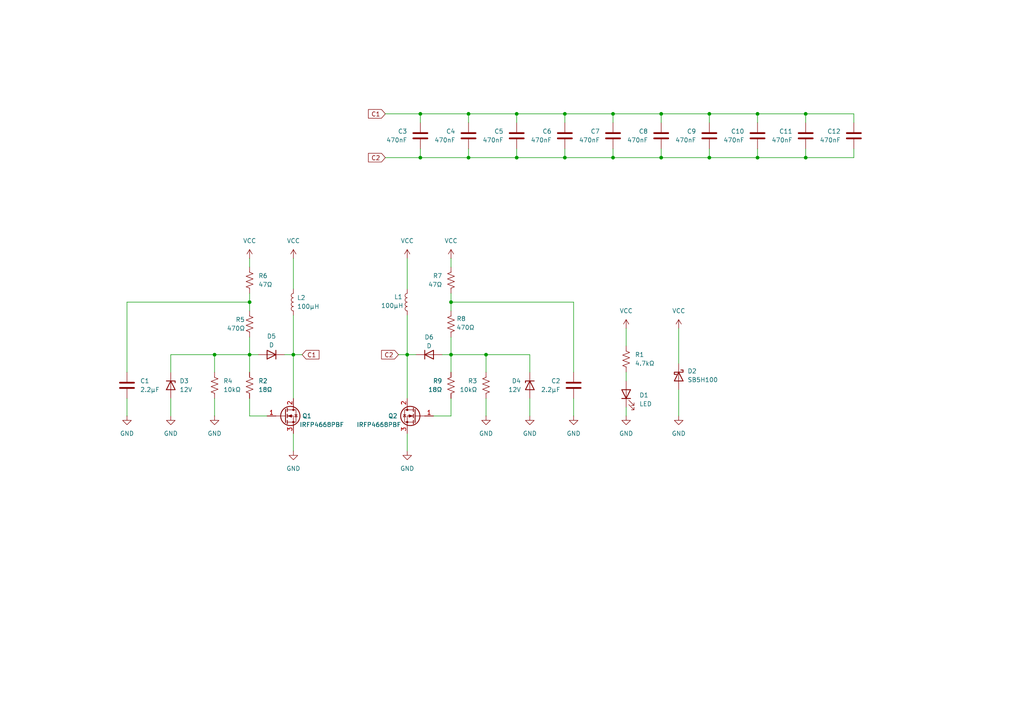
<source format=kicad_sch>
(kicad_sch (version 20250114) (generator "eeschema") (generator_version "9.0")
  (paper "A4")
  (lib_symbols
    (symbol "Device:C" (pin_numbers (hide yes)) (pin_names (offset 0.254))
      (property "Reference" "C" (at 0.635 2.54 0))
      (property "Value" "C" (at 0.635 -2.54 0))
      (symbol "C_0_1"
        (polyline (pts (xy -2.032 0.762) (xy 2.032 0.762)) (stroke (width 0.508)))
        (polyline (pts (xy -2.032 -0.762) (xy 2.032 -0.762)) (stroke (width 0.508)))
      )
      (symbol "C_1_1"
        (pin passive line (at 0 3.81 270) (length 2.794) (name "~") (number "1"))
        (pin passive line (at 0 -3.81 90) (length 2.794) (name "~") (number "2"))
      )
    )
    (symbol "Device:D" (pin_numbers (hide yes)) (pin_names (offset 1.016) (hide yes))
      (property "Reference" "D" (at 0 2.54 0))
      (property "Value" "D" (at 0 -2.54 0))
      (symbol "D_0_1"
        (polyline (pts (xy -1.27 1.27) (xy -1.27 -1.27)) (stroke (width 0.254)))
        (polyline (pts (xy 1.27 1.27) (xy 1.27 -1.27) (xy -1.27 0) (xy 1.27 1.27)) (stroke (width 0.254)))
        (polyline (pts (xy 1.27 0) (xy -1.27 0)))
      )
      (symbol "D_1_1"
        (pin passive line (at -3.81 0 0) (length 2.54) (name "K") (number "1"))
        (pin passive line (at 3.81 0 180) (length 2.54) (name "A") (number "2"))
      )
    )
    (symbol "Device:D_Schottky" (pin_numbers (hide yes)) (pin_names (offset 1.016) (hide yes))
      (property "Reference" "D" (at 0 2.54 0))
      (property "Value" "D_Schottky" (at 0 -2.54 0))
      (symbol "D_Schottky_0_1"
        (polyline (pts (xy -1.905 0.635) (xy -1.905 1.27) (xy -1.27 1.27) (xy -1.27 -1.27) (xy -0.635 -1.27) (xy -0.635 -0.635)) (stroke (width 0.254)))
        (polyline (pts (xy 1.27 1.27) (xy 1.27 -1.27) (xy -1.27 0) (xy 1.27 1.27)) (stroke (width 0.254)))
        (polyline (pts (xy 1.27 0) (xy -1.27 0)))
      )
      (symbol "D_Schottky_1_1"
        (pin passive line (at -3.81 0 0) (length 2.54) (name "K") (number "1"))
        (pin passive line (at 3.81 0 180) (length 2.54) (name "A") (number "2"))
      )
    )
    (symbol "Device:D_Zener" (pin_numbers (hide yes)) (pin_names (offset 1.016) (hide yes))
      (property "Reference" "D" (at 0 2.54 0))
      (property "Value" "D_Zener" (at 0 -2.54 0))
      (symbol "D_Zener_0_1"
        (polyline (pts (xy -1.27 -1.27) (xy -1.27 1.27) (xy -0.762 1.27)) (stroke (width 0.254)))
        (polyline (pts (xy 1.27 0) (xy -1.27 0)))
        (polyline (pts (xy 1.27 -1.27) (xy 1.27 1.27) (xy -1.27 0) (xy 1.27 -1.27)) (stroke (width 0.254)))
      )
      (symbol "D_Zener_1_1"
        (pin passive line (at -3.81 0 0) (length 2.54) (name "K") (number "1"))
        (pin passive line (at 3.81 0 180) (length 2.54) (name "A") (number "2"))
      )
    )
    (symbol "Device:L" (pin_numbers (hide yes)) (pin_names (offset 1.016) (hide yes))
      (property "Reference" "L" (at -1.27 0 90))
      (property "Value" "L" (at 1.905 0 90))
      (symbol "L_0_1"
        (arc (start 0 2.54) (mid 0.6323 1.905) (end 0 1.27))
        (arc (start 0 1.27) (mid 0.6323 0.635) (end 0 0))
        (arc (start 0 0) (mid 0.6323 -0.635) (end 0 -1.27))
        (arc (start 0 -1.27) (mid 0.6323 -1.905) (end 0 -2.54))
      )
      (symbol "L_1_1"
        (pin passive line (at 0 3.81 270) (length 1.27) (name "1") (number "1"))
        (pin passive line (at 0 -3.81 90) (length 1.27) (name "2") (number "2"))
      )
    )
    (symbol "Device:LED" (pin_numbers (hide yes)) (pin_names (offset 1.016) (hide yes))
      (property "Reference" "D" (at 0 2.54 0))
      (property "Value" "LED" (at 0 -2.54 0))
      (symbol "LED_0_1"
        (polyline (pts (xy -3.048 -0.762) (xy -4.572 -2.286) (xy -3.81 -2.286) (xy -4.572 -2.286) (xy -4.572 -1.524)))
        (polyline (pts (xy -1.778 -0.762) (xy -3.302 -2.286) (xy -2.54 -2.286) (xy -3.302 -2.286) (xy -3.302 -1.524)))
        (polyline (pts (xy -1.27 0) (xy 1.27 0)))
        (polyline (pts (xy -1.27 -1.27) (xy -1.27 1.27)) (stroke (width 0.254)))
        (polyline (pts (xy 1.27 -1.27) (xy 1.27 1.27) (xy -1.27 0) (xy 1.27 -1.27)) (stroke (width 0.254)))
      )
      (symbol "LED_1_1"
        (pin passive line (at -3.81 0 0) (length 2.54) (name "K") (number "1"))
        (pin passive line (at 3.81 0 180) (length 2.54) (name "A") (number "2"))
      )
    )
    (symbol "Device:R_US" (pin_numbers (hide yes)) (pin_names (offset 0))
      (property "Reference" "R" (at 2.54 0 90))
      (property "Value" "R_US" (at -2.54 0 90))
      (symbol "R_US_0_1"
        (polyline (pts (xy 0 2.286) (xy 0 2.54)))
        (polyline (pts (xy 0 2.286) (xy 1.016 1.905) (xy 0 1.524) (xy -1.016 1.143) (xy 0 0.762)))
        (polyline (pts (xy 0 0.762) (xy 1.016 0.381) (xy 0 0) (xy -1.016 -0.381) (xy 0 -0.762)))
        (polyline (pts (xy 0 -0.762) (xy 1.016 -1.143) (xy 0 -1.524) (xy -1.016 -1.905) (xy 0 -2.286)))
        (polyline (pts (xy 0 -2.286) (xy 0 -2.54)))
      )
      (symbol "R_US_1_1"
        (pin passive line (at 0 3.81 270) (length 1.27) (name "~") (number "1"))
        (pin passive line (at 0 -3.81 90) (length 1.27) (name "~") (number "2"))
      )
    )
    (symbol "Transistor_FET:Q_NMOS_GDS" (pin_names (offset 0) (hide yes))
      (property "Reference" "Q" (at 5.08 1.905 0))
      (property "Value" "Q_NMOS_GDS" (at 5.08 0 0))
      (symbol "Q_NMOS_GDS_0_1"
        (polyline (pts (xy 0.254 1.905) (xy 0.254 -1.905)) (stroke (width 0.254)))
        (polyline (pts (xy 0.254 0) (xy -2.54 0)))
        (polyline (pts (xy 0.762 2.286) (xy 0.762 1.27)) (stroke (width 0.254)))
        (polyline (pts (xy 0.762 0.508) (xy 0.762 -0.508)) (stroke (width 0.254)))
        (polyline (pts (xy 0.762 -1.27) (xy 0.762 -2.286)) (stroke (width 0.254)))
        (polyline (pts (xy 0.762 -1.778) (xy 3.302 -1.778) (xy 3.302 1.778) (xy 0.762 1.778)))
        (polyline (pts (xy 1.016 0) (xy 2.032 0.381) (xy 2.032 -0.381) (xy 1.016 0)) (fill (type outline)))
        (circle (center 1.651 0) (radius 2.794) (stroke (width 0.254)))
        (polyline (pts (xy 2.54 2.54) (xy 2.54 1.778)))
        (circle (center 2.54 1.778) (radius 0.254) (fill (type outline)))
        (circle (center 2.54 -1.778) (radius 0.254) (fill (type outline)))
        (polyline (pts (xy 2.54 -2.54) (xy 2.54 0) (xy 0.762 0)))
        (polyline (pts (xy 2.921 0.381) (xy 3.683 0.381)))
        (polyline (pts (xy 3.302 0.381) (xy 2.921 -0.254) (xy 3.683 -0.254) (xy 3.302 0.381)))
      )
      (symbol "Q_NMOS_GDS_1_1"
        (pin input line (at -5.08 0 0) (length 2.54) (name "G") (number "1"))
        (pin passive line (at 2.54 5.08 270) (length 2.54) (name "D") (number "2"))
        (pin passive line (at 2.54 -5.08 90) (length 2.54) (name "S") (number "3"))
      )
    )
    (symbol "power:GND" (power) (pin_numbers (hide yes)) (pin_names (offset 0) (hide yes))
      (property "Value" "GND" (at 0 -3.81 0))
      (symbol "GND_0_1"
        (polyline (pts (xy 0 0) (xy 0 -1.27) (xy 1.27 -1.27) (xy 0 -2.54) (xy -1.27 -1.27) (xy 0 -1.27)))
      )
      (symbol "GND_1_1"
        (pin power_in line (at 0 0 270) (length 0) (name "~") (number "1"))
      )
    )
    (symbol "power:VCC" (power) (pin_numbers (hide yes)) (pin_names (offset 0) (hide yes))
      (property "Value" "VCC" (at 0 3.556 0))
      (symbol "VCC_0_1"
        (polyline (pts (xy -0.762 1.27) (xy 0 2.54)))
        (polyline (pts (xy 0 2.54) (xy 0.762 1.27)))
        (polyline (pts (xy 0 0) (xy 0 2.54)))
      )
      (symbol "VCC_1_1"
        (pin power_in line (at 0 0 90) (length 0) (name "~") (number "1"))
      )
    )
  )
  (junction (at 191.77 33.02))
  (junction (at 62.23 102.87))
  (junction (at 72.39 87.63))
  (junction (at 219.71 45.72))
  (junction (at 191.77 45.72))
  (junction (at 233.68 45.72))
  (junction (at 177.8 45.72))
  (junction (at 149.86 33.02))
  (junction (at 130.81 87.63))
  (junction (at 121.92 45.72))
  (junction (at 177.8 33.02))
  (junction (at 163.83 45.72))
  (junction (at 149.86 45.72))
  (junction (at 85.09 102.87))
  (junction (at 233.68 33.02))
  (junction (at 205.74 33.02))
  (junction (at 140.97 102.87))
  (junction (at 72.39 102.87))
  (junction (at 135.89 45.72))
  (junction (at 219.71 33.02))
  (junction (at 163.83 33.02))
  (junction (at 135.89 33.02))
  (junction (at 121.92 33.02))
  (junction (at 130.81 102.87))
  (junction (at 205.74 45.72))
  (junction (at 118.11 102.87))
  (wire (pts (xy 72.39 120.65) (xy 77.47 120.65)))
  (wire (pts (xy 130.81 102.87) (xy 128.27 102.87)))
  (wire (pts (xy 111.76 45.72) (xy 121.92 45.72)))
  (wire (pts (xy 49.53 115.57) (xy 49.53 120.65)))
  (wire (pts (xy 205.74 45.72) (xy 219.71 45.72)))
  (wire (pts (xy 177.8 33.02) (xy 177.8 35.56)))
  (wire (pts (xy 121.92 43.18) (xy 121.92 45.72)))
  (wire (pts (xy 82.55 102.87) (xy 85.09 102.87)))
  (wire (pts (xy 177.8 33.02) (xy 191.77 33.02)))
  (wire (pts (xy 121.92 35.56) (xy 121.92 33.02)))
  (wire (pts (xy 118.11 74.93) (xy 118.11 83.82)))
  (wire (pts (xy 72.39 102.87) (xy 74.93 102.87)))
  (wire (pts (xy 233.68 33.02) (xy 247.65 33.02)))
  (wire (pts (xy 118.11 102.87) (xy 118.11 115.57)))
  (wire (pts (xy 163.83 33.02) (xy 177.8 33.02)))
  (wire (pts (xy 219.71 33.02) (xy 219.71 35.56)))
  (wire (pts (xy 36.83 115.57) (xy 36.83 120.65)))
  (wire (pts (xy 181.61 95.25) (xy 181.61 100.33)))
  (wire (pts (xy 191.77 33.02) (xy 205.74 33.02)))
  (wire (pts (xy 118.11 91.44) (xy 118.11 102.87)))
  (wire (pts (xy 130.81 87.63) (xy 130.81 90.17)))
  (wire (pts (xy 130.81 74.93) (xy 130.81 77.47)))
  (wire (pts (xy 149.86 33.02) (xy 149.86 35.56)))
  (wire (pts (xy 118.11 125.73) (xy 118.11 130.81)))
  (wire (pts (xy 205.74 33.02) (xy 219.71 33.02)))
  (wire (pts (xy 62.23 115.57) (xy 62.23 120.65)))
  (wire (pts (xy 121.92 45.72) (xy 135.89 45.72)))
  (wire (pts (xy 72.39 102.87) (xy 62.23 102.87)))
  (wire (pts (xy 85.09 91.44) (xy 85.09 102.87)))
  (wire (pts (xy 191.77 33.02) (xy 191.77 35.56)))
  (wire (pts (xy 196.85 113.03) (xy 196.85 120.65)))
  (wire (pts (xy 247.65 33.02) (xy 247.65 35.56)))
  (wire (pts (xy 149.86 45.72) (xy 149.86 43.18)))
  (wire (pts (xy 177.8 45.72) (xy 191.77 45.72)))
  (wire (pts (xy 140.97 102.87) (xy 140.97 107.95)))
  (wire (pts (xy 130.81 107.95) (xy 130.81 102.87)))
  (wire (pts (xy 135.89 45.72) (xy 135.89 43.18)))
  (wire (pts (xy 135.89 33.02) (xy 149.86 33.02)))
  (wire (pts (xy 36.83 107.95) (xy 36.83 87.63)))
  (wire (pts (xy 115.57 102.87) (xy 118.11 102.87)))
  (wire (pts (xy 130.81 85.09) (xy 130.81 87.63)))
  (wire (pts (xy 72.39 115.57) (xy 72.39 120.65)))
  (wire (pts (xy 163.83 45.72) (xy 177.8 45.72)))
  (wire (pts (xy 247.65 43.18) (xy 247.65 45.72)))
  (wire (pts (xy 140.97 115.57) (xy 140.97 120.65)))
  (wire (pts (xy 247.65 45.72) (xy 233.68 45.72)))
  (wire (pts (xy 135.89 33.02) (xy 135.89 35.56)))
  (wire (pts (xy 191.77 45.72) (xy 205.74 45.72)))
  (wire (pts (xy 49.53 102.87) (xy 62.23 102.87)))
  (wire (pts (xy 177.8 45.72) (xy 177.8 43.18)))
  (wire (pts (xy 233.68 45.72) (xy 233.68 43.18)))
  (wire (pts (xy 163.83 33.02) (xy 163.83 35.56)))
  (wire (pts (xy 181.61 107.95) (xy 181.61 110.49)))
  (wire (pts (xy 166.37 107.95) (xy 166.37 87.63)))
  (wire (pts (xy 130.81 102.87) (xy 140.97 102.87)))
  (wire (pts (xy 153.67 115.57) (xy 153.67 120.65)))
  (wire (pts (xy 219.71 45.72) (xy 219.71 43.18)))
  (wire (pts (xy 219.71 33.02) (xy 233.68 33.02)))
  (wire (pts (xy 120.65 102.87) (xy 118.11 102.87)))
  (wire (pts (xy 85.09 125.73) (xy 85.09 130.81)))
  (wire (pts (xy 149.86 45.72) (xy 163.83 45.72)))
  (wire (pts (xy 163.83 45.72) (xy 163.83 43.18)))
  (wire (pts (xy 205.74 33.02) (xy 205.74 35.56)))
  (wire (pts (xy 85.09 102.87) (xy 87.63 102.87)))
  (wire (pts (xy 85.09 74.93) (xy 85.09 83.82)))
  (wire (pts (xy 72.39 107.95) (xy 72.39 102.87)))
  (wire (pts (xy 219.71 45.72) (xy 233.68 45.72)))
  (wire (pts (xy 62.23 102.87) (xy 62.23 107.95)))
  (wire (pts (xy 153.67 102.87) (xy 140.97 102.87)))
  (wire (pts (xy 36.83 87.63) (xy 72.39 87.63)))
  (wire (pts (xy 196.85 95.25) (xy 196.85 105.41)))
  (wire (pts (xy 135.89 45.72) (xy 149.86 45.72)))
  (wire (pts (xy 149.86 33.02) (xy 163.83 33.02)))
  (wire (pts (xy 205.74 45.72) (xy 205.74 43.18)))
  (wire (pts (xy 153.67 107.95) (xy 153.67 102.87)))
  (wire (pts (xy 130.81 97.79) (xy 130.81 102.87)))
  (wire (pts (xy 166.37 115.57) (xy 166.37 120.65)))
  (wire (pts (xy 130.81 120.65) (xy 125.73 120.65)))
  (wire (pts (xy 72.39 97.79) (xy 72.39 102.87)))
  (wire (pts (xy 111.76 33.02) (xy 121.92 33.02)))
  (wire (pts (xy 72.39 87.63) (xy 72.39 90.17)))
  (wire (pts (xy 49.53 107.95) (xy 49.53 102.87)))
  (wire (pts (xy 85.09 102.87) (xy 85.09 115.57)))
  (wire (pts (xy 233.68 33.02) (xy 233.68 35.56)))
  (wire (pts (xy 191.77 45.72) (xy 191.77 43.18)))
  (wire (pts (xy 121.92 33.02) (xy 135.89 33.02)))
  (wire (pts (xy 72.39 74.93) (xy 72.39 77.47)))
  (wire (pts (xy 72.39 85.09) (xy 72.39 87.63)))
  (wire (pts (xy 130.81 115.57) (xy 130.81 120.65)))
  (wire (pts (xy 166.37 87.63) (xy 130.81 87.63)))
  (wire (pts (xy 181.61 120.65) (xy 181.61 118.11)))
  (global_label "C2" (shape input) (at 111.76 45.72 180) (property "Intersheetrefs" "${INTERSHEET_REFS}" (effects (hide yes))))
  (global_label "C1" (shape input) (at 87.63 102.87 0) (property "Intersheetrefs" "${INTERSHEET_REFS}" (effects (hide yes))))
  (global_label "C2" (shape input) (at 115.57 102.87 180) (property "Intersheetrefs" "${INTERSHEET_REFS}" (effects (hide yes))))
  (global_label "C1" (shape input) (at 111.76 33.02 180) (property "Intersheetrefs" "${INTERSHEET_REFS}" (effects (hide yes))))
  (symbol (lib_id "power:GND") (at 62.23 120.65 0) (unit 1)
    (property "Reference" "#PWR03" (effects (hide yes)))
    (property "Value" "GND" (at 62.23 125.73 0))
    (property "Description" "Power symbol creates a global label with name \"GND\" , ground" (effects (hide yes)))
  )
  (symbol (lib_id "Device:R_US") (at 130.81 81.28 0) (mirror y) (unit 1)
    (property "Reference" "R7" (at 128.27 80.0099 0) (effects (justify left)))
    (property "Value" "47Ω" (at 128.27 82.5499 0) (effects (justify left)))
    (property "Description" "Resistor, US symbol" (effects (hide yes)))
    (property "Vendor" "Digi-Key" (effects (hide yes)))
  )
  (symbol (lib_id "power:GND") (at 85.09 130.81 0) (unit 1)
    (property "Reference" "#PWR01" (effects (hide yes)))
    (property "Value" "GND" (at 85.09 135.89 0))
    (property "Description" "Power symbol creates a global label with name \"GND\" , ground" (effects (hide yes)))
  )
  (symbol (lib_id "power:GND") (at 140.97 120.65 0) (mirror y) (unit 1)
    (property "Reference" "#PWR08" (effects (hide yes)))
    (property "Value" "GND" (at 140.97 125.73 0))
    (property "Description" "Power symbol creates a global label with name \"GND\" , ground" (effects (hide yes)))
  )
  (symbol (lib_id "power:VCC") (at 72.39 74.93 0) (unit 1)
    (property "Reference" "#PWR011" (effects (hide yes)))
    (property "Value" "VCC" (at 72.39 69.85 0))
    (property "Description" "Power symbol creates a global label with name \"VCC\"" (effects (hide yes)))
  )
  (symbol (lib_id "Device:D_Zener") (at 49.53 111.76 270) (unit 1)
    (property "Reference" "D3" (at 52.07 110.4899 90) (effects (justify left)))
    (property "Value" "12V" (at 52.07 113.0299 90) (effects (justify left)))
    (property "Footprint" "Diode_THT:D_DO-15_P15.24mm_Horizontal" (effects (hide yes)))
    (property "Description" "Zener diode" (effects (hide yes)))
    (property "Manufacturer Part Number" "1N5349BRLG" (effects (hide yes)))
    (property "Vendor" "Digi-Key" (effects (hide yes)))
    (property "Vendor Part Number" "1N5349BRLGOSCT-ND" (effects (hide yes)))
  )
  (symbol (lib_id "Device:C") (at 149.86 39.37 0) (mirror y) (unit 1)
    (property "Reference" "C5" (at 146.05 38.0999 0) (effects (justify left)))
    (property "Value" "470nF" (at 146.05 40.6399 0) (effects (justify left)))
    (property "Description" "Unpolarized capacitor" (effects (hide yes)))
    (property "Vendor" "Digi-Key" (effects (hide yes)))
  )
  (symbol (lib_id "Transistor_FET:Q_NMOS_GDS") (at 82.55 120.65 0) (unit 1)
    (property "Reference" "Q1" (at 87.63 120.65 0) (effects (justify left)))
    (property "Value" "IRFP4668PBF" (at 86.868 123.19 0) (effects (justify left)))
    (property "Description" "N-MOSFET transistor, gate/drain/source" (effects (hide yes)))
    (property "Vendor" "Digi-Key" (effects (hide yes)))
  )
  (symbol (lib_id "power:VCC") (at 181.61 95.25 0) (unit 1)
    (property "Reference" "#PWR015" (effects (hide yes)))
    (property "Value" "VCC" (at 181.61 90.17 0))
    (property "Description" "Power symbol creates a global label with name \"VCC\"" (effects (hide yes)))
  )
  (symbol (lib_id "power:VCC") (at 118.11 74.93 0) (unit 1)
    (property "Reference" "#PWR013" (effects (hide yes)))
    (property "Value" "VCC" (at 118.11 69.85 0))
    (property "Description" "Power symbol creates a global label with name \"VCC\"" (effects (hide yes)))
  )
  (symbol (lib_id "Device:C") (at 121.92 39.37 0) (mirror y) (unit 1)
    (property "Reference" "C3" (at 118.11 38.0999 0) (effects (justify left)))
    (property "Value" "470nF" (at 118.11 40.6399 0) (effects (justify left)))
    (property "Description" "Unpolarized capacitor" (effects (hide yes)))
    (property "Vendor" "Digi-Key" (effects (hide yes)))
  )
  (symbol (lib_id "Device:C") (at 247.65 39.37 0) (mirror y) (unit 1)
    (property "Reference" "C12" (at 243.84 38.0999 0) (effects (justify left)))
    (property "Value" "470nF" (at 243.84 40.6399 0) (effects (justify left)))
    (property "Description" "Unpolarized capacitor" (effects (hide yes)))
    (property "Vendor" "Digi-Key" (effects (hide yes)))
  )
  (symbol (lib_id "power:VCC") (at 130.81 74.93 0) (unit 1)
    (property "Reference" "#PWR014" (effects (hide yes)))
    (property "Value" "VCC" (at 130.81 69.85 0))
    (property "Description" "Power symbol creates a global label with name \"VCC\"" (effects (hide yes)))
  )
  (symbol (lib_id "Device:R_US") (at 130.81 111.76 0) (mirror y) (unit 1)
    (property "Reference" "R9" (at 128.27 110.4899 0) (effects (justify left)))
    (property "Value" "18Ω" (at 128.27 113.0299 0) (effects (justify left)))
    (property "Description" "Resistor, US symbol" (effects (hide yes)))
    (property "Vendor" "Digi-Key" (effects (hide yes)))
  )
  (symbol (lib_id "power:VCC") (at 196.85 95.25 0) (unit 1)
    (property "Reference" "#PWR016" (effects (hide yes)))
    (property "Value" "VCC" (at 196.85 90.17 0))
    (property "Description" "Power symbol creates a global label with name \"VCC\"" (effects (hide yes)))
  )
  (symbol (lib_id "Device:C") (at 205.74 39.37 0) (mirror y) (unit 1)
    (property "Reference" "C9" (at 201.93 38.0999 0) (effects (justify left)))
    (property "Value" "470nF" (at 201.93 40.6399 0) (effects (justify left)))
    (property "Description" "Unpolarized capacitor" (effects (hide yes)))
    (property "Vendor" "Digi-Key" (effects (hide yes)))
  )
  (symbol (lib_id "Device:C") (at 36.83 111.76 0) (unit 1)
    (property "Reference" "C1" (at 40.64 110.4899 0) (effects (justify left)))
    (property "Value" "2.2μF" (at 40.64 113.0299 0) (effects (justify left)))
    (property "Footprint" "Capacitor_THT:C_Disc_D4.3mm_W1.9mm_P5.00mm" (effects (hide yes)))
    (property "Description" "Unpolarized capacitor" (effects (hide yes)))
    (property "Vendor" "Digi-Key" (effects (hide yes)))
  )
  (symbol (lib_id "Device:L") (at 118.11 87.63 180) (unit 1)
    (property "Reference" "L1" (at 114.3 86.106 0) (effects (justify right)))
    (property "Value" "100μH" (at 110.49 88.646 0) (effects (justify right)))
    (property "Footprint" "Inductor_THT:L_Toroid_Vertical_L28.6mm_W14.3mm_P11.43mm_Bourns_5700" (effects (hide yes)))
    (property "Description" "Inductor" (effects (hide yes)))
    (property "Vendor" "Digi-Key" (effects (hide yes)))
  )
  (symbol (lib_id "Transistor_FET:Q_NMOS_GDS") (at 120.65 120.65 0) (mirror y) (unit 1)
    (property "Reference" "Q2" (at 115.316 120.65 0) (effects (justify left)))
    (property "Value" "IRFP4668PBF" (at 116.332 123.19 0) (effects (justify left)))
    (property "Description" "N-MOSFET transistor, gate/drain/source" (effects (hide yes)))
    (property "Vendor" "Digi-Key" (effects (hide yes)))
  )
  (symbol (lib_id "Device:LED") (at 181.61 114.3 90) (unit 1)
    (property "Reference" "D1" (at 185.42 114.6174 90) (effects (justify right)))
    (property "Value" "LED" (at 185.42 117.1574 90) (effects (justify right)))
    (property "Description" "Light emitting diode" (effects (hide yes)))
    (property "Sim.Pins" "1=K 2=A" (effects (hide yes)))
    (property "Vendor" "Digi-Key" (effects (hide yes)))
  )
  (symbol (lib_id "Device:R_US") (at 140.97 111.76 0) (mirror y) (unit 1)
    (property "Reference" "R3" (at 138.43 110.4899 0) (effects (justify left)))
    (property "Value" "10kΩ" (at 138.43 113.0299 0) (effects (justify left)))
    (property "Description" "Resistor, US symbol" (effects (hide yes)))
    (property "Vendor" "Digi-Key" (effects (hide yes)))
  )
  (symbol (lib_id "power:VCC") (at 85.09 74.93 0) (unit 1)
    (property "Reference" "#PWR012" (effects (hide yes)))
    (property "Value" "VCC" (at 85.09 69.85 0))
    (property "Description" "Power symbol creates a global label with name \"VCC\"" (effects (hide yes)))
  )
  (symbol (lib_id "Device:R_US") (at 130.81 93.98 0) (mirror y) (unit 1)
    (property "Reference" "R8" (at 135.128 92.456 0) (effects (justify left)))
    (property "Value" "470Ω" (at 137.668 94.996 0) (effects (justify left)))
    (property "Description" "Resistor, US symbol" (effects (hide yes)))
    (property "Vendor" "Digi-Key" (effects (hide yes)))
  )
  (symbol (lib_id "Device:R_US") (at 72.39 81.28 0) (unit 1)
    (property "Reference" "R6" (at 74.93 80.0099 0) (effects (justify left)))
    (property "Value" "47Ω" (at 74.93 82.5499 0) (effects (justify left)))
    (property "Description" "Resistor, US symbol" (effects (hide yes)))
    (property "Vendor" "Digi-Key" (effects (hide yes)))
  )
  (symbol (lib_id "Device:D_Zener") (at 153.67 111.76 90) (mirror x) (unit 1)
    (property "Reference" "D4" (at 151.13 110.4899 90) (effects (justify left)))
    (property "Value" "12V" (at 151.13 113.0299 90) (effects (justify left)))
    (property "Footprint" "Diode_THT:D_DO-15_P15.24mm_Horizontal" (effects (hide yes)))
    (property "Description" "Zener diode" (effects (hide yes)))
    (property "Manufacturer Part Number" "1N5349BRLG" (effects (hide yes)))
    (property "Vendor" "Digi-Key" (effects (hide yes)))
    (property "Vendor Part Number" "1N5349BRLGOSCT-ND" (effects (hide yes)))
  )
  (symbol (lib_id "power:GND") (at 36.83 120.65 0) (unit 1)
    (property "Reference" "#PWR05" (effects (hide yes)))
    (property "Value" "GND" (at 36.83 125.73 0))
    (property "Description" "Power symbol creates a global label with name \"GND\" , ground" (effects (hide yes)))
  )
  (symbol (lib_id "Device:C") (at 219.71 39.37 0) (mirror y) (unit 1)
    (property "Reference" "C10" (at 215.9 38.0999 0) (effects (justify left)))
    (property "Value" "470nF" (at 215.9 40.6399 0) (effects (justify left)))
    (property "Description" "Unpolarized capacitor" (effects (hide yes)))
    (property "Vendor" "Digi-Key" (effects (hide yes)))
  )
  (symbol (lib_id "Device:D_Schottky") (at 196.85 109.22 270) (unit 1)
    (property "Reference" "D2" (at 199.39 107.6324 90) (effects (justify left)))
    (property "Value" "SB5H100" (at 199.39 110.1724 90) (effects (justify left)))
    (property "Description" "Schottky diode" (effects (hide yes)))
    (property "Vendor" "Digi-Key" (effects (hide yes)))
  )
  (symbol (lib_id "Device:C") (at 166.37 111.76 0) (mirror y) (unit 1)
    (property "Reference" "C2" (at 162.56 110.4899 0) (effects (justify left)))
    (property "Value" "2.2μF" (at 162.56 113.0299 0) (effects (justify left)))
    (property "Footprint" "Capacitor_THT:C_Disc_D4.3mm_W1.9mm_P5.00mm" (effects (hide yes)))
    (property "Description" "Unpolarized capacitor" (effects (hide yes)))
    (property "Vendor" "Digi-Key" (effects (hide yes)))
  )
  (symbol (lib_id "Device:C") (at 177.8 39.37 0) (mirror y) (unit 1)
    (property "Reference" "C7" (at 173.99 38.0999 0) (effects (justify left)))
    (property "Value" "470nF" (at 173.99 40.6399 0) (effects (justify left)))
    (property "Description" "Unpolarized capacitor" (effects (hide yes)))
    (property "Vendor" "Digi-Key" (effects (hide yes)))
  )
  (symbol (lib_id "Device:L") (at 85.09 87.63 180) (unit 1)
    (property "Reference" "L2" (at 87.376 86.36 0))
    (property "Value" "100μH" (at 89.408 88.9 0))
    (property "Footprint" "Inductor_THT:L_Toroid_Vertical_L28.6mm_W14.3mm_P11.43mm_Bourns_5700" (effects (hide yes)))
    (property "Description" "Inductor" (effects (hide yes)))
    (property "Vendor" "Digi-Key" (effects (hide yes)))
  )
  (symbol (lib_id "power:GND") (at 153.67 120.65 0) (mirror y) (unit 1)
    (property "Reference" "#PWR07" (effects (hide yes)))
    (property "Value" "GND" (at 153.67 125.73 0))
    (property "Description" "Power symbol creates a global label with name \"GND\" , ground" (effects (hide yes)))
  )
  (symbol (lib_id "Device:R_US") (at 181.61 104.14 0) (unit 1)
    (property "Reference" "R1" (at 184.15 102.8699 0) (effects (justify left)))
    (property "Value" "4.7kΩ" (at 184.15 105.4099 0) (effects (justify left)))
    (property "Description" "Resistor, US symbol" (effects (hide yes)))
    (property "Vendor" "Digi-Key" (effects (hide yes)))
  )
  (symbol (lib_id "power:GND") (at 181.61 120.65 0) (mirror y) (unit 1)
    (property "Reference" "#PWR09" (effects (hide yes)))
    (property "Value" "GND" (at 181.61 125.73 0))
    (property "Description" "Power symbol creates a global label with name \"GND\" , ground" (effects (hide yes)))
  )
  (symbol (lib_id "Device:D") (at 78.74 102.87 180) (unit 1)
    (property "Reference" "D5" (at 78.74 97.536 0))
    (property "Value" "D" (at 78.74 100.076 0))
    (property "Description" "Diode" (effects (hide yes)))
    (property "Sim.Device" "D" (effects (hide yes)))
    (property "Sim.Pins" "1=K 2=A" (effects (hide yes)))
    (property "Vendor" "Digi-Key" (effects (hide yes)))
  )
  (symbol (lib_id "power:GND") (at 118.11 130.81 0) (unit 1)
    (property "Reference" "#PWR02" (effects (hide yes)))
    (property "Value" "GND" (at 118.11 135.89 0))
    (property "Description" "Power symbol creates a global label with name \"GND\" , ground" (effects (hide yes)))
  )
  (symbol (lib_id "Device:D") (at 124.46 102.87 0) (mirror x) (unit 1)
    (property "Reference" "D6" (at 124.46 97.79 0))
    (property "Value" "D" (at 124.46 100.33 0))
    (property "Description" "Diode" (effects (hide yes)))
    (property "Sim.Device" "D" (effects (hide yes)))
    (property "Sim.Pins" "1=K 2=A" (effects (hide yes)))
    (property "Vendor" "Digi-Key" (effects (hide yes)))
  )
  (symbol (lib_id "Device:C") (at 135.89 39.37 0) (mirror y) (unit 1)
    (property "Reference" "C4" (at 132.08 38.0999 0) (effects (justify left)))
    (property "Value" "470nF" (at 132.08 40.6399 0) (effects (justify left)))
    (property "Description" "Unpolarized capacitor" (effects (hide yes)))
    (property "Vendor" "Digi-Key" (effects (hide yes)))
  )
  (symbol (lib_id "Device:R_US") (at 72.39 111.76 0) (unit 1)
    (property "Reference" "R2" (at 74.93 110.4899 0) (effects (justify left)))
    (property "Value" "18Ω" (at 74.93 113.0299 0) (effects (justify left)))
    (property "Description" "Resistor, US symbol" (effects (hide yes)))
    (property "Vendor" "Digi-Key" (effects (hide yes)))
  )
  (symbol (lib_id "Device:C") (at 191.77 39.37 0) (mirror y) (unit 1)
    (property "Reference" "C8" (at 187.96 38.0999 0) (effects (justify left)))
    (property "Value" "470nF" (at 187.96 40.6399 0) (effects (justify left)))
    (property "Description" "Unpolarized capacitor" (effects (hide yes)))
    (property "Vendor" "Digi-Key" (effects (hide yes)))
  )
  (symbol (lib_id "power:GND") (at 49.53 120.65 0) (unit 1)
    (property "Reference" "#PWR04" (effects (hide yes)))
    (property "Value" "GND" (at 49.53 125.73 0))
    (property "Description" "Power symbol creates a global label with name \"GND\" , ground" (effects (hide yes)))
  )
  (symbol (lib_id "power:GND") (at 166.37 120.65 0) (mirror y) (unit 1)
    (property "Reference" "#PWR06" (effects (hide yes)))
    (property "Value" "GND" (at 166.37 125.73 0))
    (property "Description" "Power symbol creates a global label with name \"GND\" , ground" (effects (hide yes)))
  )
  (symbol (lib_id "Device:C") (at 233.68 39.37 0) (mirror y) (unit 1)
    (property "Reference" "C11" (at 229.87 38.0999 0) (effects (justify left)))
    (property "Value" "470nF" (at 229.87 40.6399 0) (effects (justify left)))
    (property "Description" "Unpolarized capacitor" (effects (hide yes)))
    (property "Vendor" "Digi-Key" (effects (hide yes)))
  )
  (symbol (lib_id "Device:C") (at 163.83 39.37 0) (mirror y) (unit 1)
    (property "Reference" "C6" (at 160.02 38.0999 0) (effects (justify left)))
    (property "Value" "470nF" (at 160.02 40.6399 0) (effects (justify left)))
    (property "Description" "Unpolarized capacitor" (effects (hide yes)))
    (property "Vendor" "Digi-Key" (effects (hide yes)))
  )
  (symbol (lib_id "Device:R_US") (at 62.23 111.76 0) (unit 1)
    (property "Reference" "R4" (at 64.77 110.4899 0) (effects (justify left)))
    (property "Value" "10kΩ" (at 64.77 113.0299 0) (effects (justify left)))
    (property "Description" "Resistor, US symbol" (effects (hide yes)))
    (property "Vendor" "Digi-Key" (effects (hide yes)))
  )
  (symbol (lib_id "Device:R_US") (at 72.39 93.98 0) (unit 1)
    (property "Reference" "R5" (at 68.326 92.71 0) (effects (justify left)))
    (property "Value" "470Ω" (at 65.786 95.25 0) (effects (justify left)))
    (property "Description" "Resistor, US symbol" (effects (hide yes)))
    (property "Vendor" "Digi-Key" (effects (hide yes)))
  )
  (symbol (lib_id "power:GND") (at 196.85 120.65 0) (mirror y) (unit 1)
    (property "Reference" "#PWR010" (effects (hide yes)))
    (property "Value" "GND" (at 196.85 125.73 0))
    (property "Description" "Power symbol creates a global label with name \"GND\" , ground" (effects (hide yes)))
  )
)
</source>
